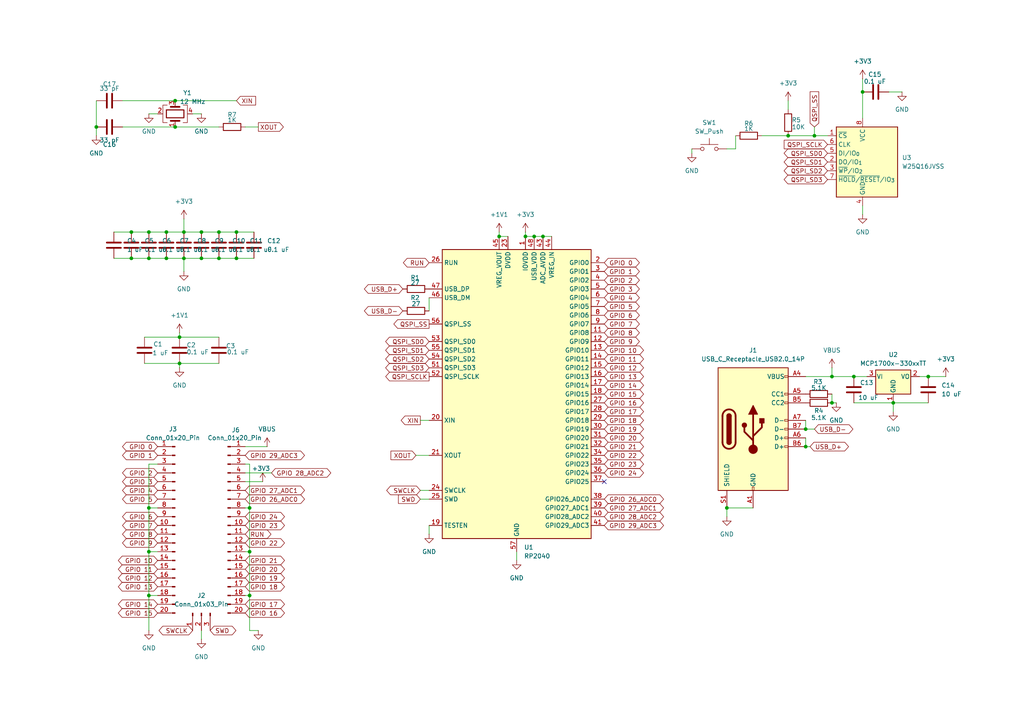
<source format=kicad_sch>
(kicad_sch (version 20250114) (generator "eeschema") (generator_version "9.0")
  (paper "A4")
  (lib_symbols
    (symbol "Connector:Conn_01x03_Pin" (pin_names (offset 1.016) (hide yes))
      (property "Reference" "J" (at 0 5.08 0))
      (property "Value" "Conn_01x03_Pin" (at 0 -5.08 0))
      (symbol "Conn_01x03_Pin_1_1"
        (rectangle (start 0.8636 2.667) (end 0 2.413) (stroke (width 0.1524)) (fill (type outline)))
        (rectangle (start 0.8636 0.127) (end 0 -0.127) (stroke (width 0.1524)) (fill (type outline)))
        (rectangle (start 0.8636 -2.413) (end 0 -2.667) (stroke (width 0.1524)) (fill (type outline)))
        (polyline (pts (xy 1.27 2.54) (xy 0.8636 2.54)) (stroke (width 0.1524)))
        (polyline (pts (xy 1.27 0) (xy 0.8636 0)) (stroke (width 0.1524)))
        (polyline (pts (xy 1.27 -2.54) (xy 0.8636 -2.54)) (stroke (width 0.1524)))
        (pin passive line (at 5.08 2.54 180) (length 3.81) (name "Pin_1") (number "1"))
        (pin passive line (at 5.08 0 180) (length 3.81) (name "Pin_2") (number "2"))
        (pin passive line (at 5.08 -2.54 180) (length 3.81) (name "Pin_3") (number "3"))
      )
    )
    (symbol "Connector:Conn_01x20_Pin" (pin_names (offset 1.016) (hide yes))
      (property "Reference" "J" (at 0 25.4 0))
      (property "Value" "Conn_01x20_Pin" (at 0 -27.94 0))
      (symbol "Conn_01x20_Pin_1_1"
        (rectangle (start 0.8636 22.987) (end 0 22.733) (stroke (width 0.1524)) (fill (type outline)))
        (rectangle (start 0.8636 20.447) (end 0 20.193) (stroke (width 0.1524)) (fill (type outline)))
        (rectangle (start 0.8636 17.907) (end 0 17.653) (stroke (width 0.1524)) (fill (type outline)))
        (rectangle (start 0.8636 15.367) (end 0 15.113) (stroke (width 0.1524)) (fill (type outline)))
        (rectangle (start 0.8636 12.827) (end 0 12.573) (stroke (width 0.1524)) (fill (type outline)))
        (rectangle (start 0.8636 10.287) (end 0 10.033) (stroke (width 0.1524)) (fill (type outline)))
        (rectangle (start 0.8636 7.747) (end 0 7.493) (stroke (width 0.1524)) (fill (type outline)))
        (rectangle (start 0.8636 5.207) (end 0 4.953) (stroke (width 0.1524)) (fill (type outline)))
        (rectangle (start 0.8636 2.667) (end 0 2.413) (stroke (width 0.1524)) (fill (type outline)))
        (rectangle (start 0.8636 0.127) (end 0 -0.127) (stroke (width 0.1524)) (fill (type outline)))
        (rectangle (start 0.8636 -2.413) (end 0 -2.667) (stroke (width 0.1524)) (fill (type outline)))
        (rectangle (start 0.8636 -4.953) (end 0 -5.207) (stroke (width 0.1524)) (fill (type outline)))
        (rectangle (start 0.8636 -7.493) (end 0 -7.747) (stroke (width 0.1524)) (fill (type outline)))
        (rectangle (start 0.8636 -10.033) (end 0 -10.287) (stroke (width 0.1524)) (fill (type outline)))
        (rectangle (start 0.8636 -12.573) (end 0 -12.827) (stroke (width 0.1524)) (fill (type outline)))
        (rectangle (start 0.8636 -15.113) (end 0 -15.367) (stroke (width 0.1524)) (fill (type outline)))
        (rectangle (start 0.8636 -17.653) (end 0 -17.907) (stroke (width 0.1524)) (fill (type outline)))
        (rectangle (start 0.8636 -20.193) (end 0 -20.447) (stroke (width 0.1524)) (fill (type outline)))
        (rectangle (start 0.8636 -22.733) (end 0 -22.987) (stroke (width 0.1524)) (fill (type outline)))
        (rectangle (start 0.8636 -25.273) (end 0 -25.527) (stroke (width 0.1524)) (fill (type outline)))
        (polyline (pts (xy 1.27 22.86) (xy 0.8636 22.86)) (stroke (width 0.1524)))
        (polyline (pts (xy 1.27 20.32) (xy 0.8636 20.32)) (stroke (width 0.1524)))
        (polyline (pts (xy 1.27 17.78) (xy 0.8636 17.78)) (stroke (width 0.1524)))
        (polyline (pts (xy 1.27 15.24) (xy 0.8636 15.24)) (stroke (width 0.1524)))
        (polyline (pts (xy 1.27 12.7) (xy 0.8636 12.7)) (stroke (width 0.1524)))
        (polyline (pts (xy 1.27 10.16) (xy 0.8636 10.16)) (stroke (width 0.1524)))
        (polyline (pts (xy 1.27 7.62) (xy 0.8636 7.62)) (stroke (width 0.1524)))
        (polyline (pts (xy 1.27 5.08) (xy 0.8636 5.08)) (stroke (width 0.1524)))
        (polyline (pts (xy 1.27 2.54) (xy 0.8636 2.54)) (stroke (width 0.1524)))
        (polyline (pts (xy 1.27 0) (xy 0.8636 0)) (stroke (width 0.1524)))
        (polyline (pts (xy 1.27 -2.54) (xy 0.8636 -2.54)) (stroke (width 0.1524)))
        (polyline (pts (xy 1.27 -5.08) (xy 0.8636 -5.08)) (stroke (width 0.1524)))
        (polyline (pts (xy 1.27 -7.62) (xy 0.8636 -7.62)) (stroke (width 0.1524)))
        (polyline (pts (xy 1.27 -10.16) (xy 0.8636 -10.16)) (stroke (width 0.1524)))
        (polyline (pts (xy 1.27 -12.7) (xy 0.8636 -12.7)) (stroke (width 0.1524)))
        (polyline (pts (xy 1.27 -15.24) (xy 0.8636 -15.24)) (stroke (width 0.1524)))
        (polyline (pts (xy 1.27 -17.78) (xy 0.8636 -17.78)) (stroke (width 0.1524)))
        (polyline (pts (xy 1.27 -20.32) (xy 0.8636 -20.32)) (stroke (width 0.1524)))
        (polyline (pts (xy 1.27 -22.86) (xy 0.8636 -22.86)) (stroke (width 0.1524)))
        (polyline (pts (xy 1.27 -25.4) (xy 0.8636 -25.4)) (stroke (width 0.1524)))
        (pin passive line (at 5.08 22.86 180) (length 3.81) (name "Pin_1") (number "1"))
        (pin passive line (at 5.08 20.32 180) (length 3.81) (name "Pin_2") (number "2"))
        (pin passive line (at 5.08 17.78 180) (length 3.81) (name "Pin_3") (number "3"))
        (pin passive line (at 5.08 15.24 180) (length 3.81) (name "Pin_4") (number "4"))
        (pin passive line (at 5.08 12.7 180) (length 3.81) (name "Pin_5") (number "5"))
        (pin passive line (at 5.08 10.16 180) (length 3.81) (name "Pin_6") (number "6"))
        (pin passive line (at 5.08 7.62 180) (length 3.81) (name "Pin_7") (number "7"))
        (pin passive line (at 5.08 5.08 180) (length 3.81) (name "Pin_8") (number "8"))
        (pin passive line (at 5.08 2.54 180) (length 3.81) (name "Pin_9") (number "9"))
        (pin passive line (at 5.08 0 180) (length 3.81) (name "Pin_10") (number "10"))
        (pin passive line (at 5.08 -2.54 180) (length 3.81) (name "Pin_11") (number "11"))
        (pin passive line (at 5.08 -5.08 180) (length 3.81) (name "Pin_12") (number "12"))
        (pin passive line (at 5.08 -7.62 180) (length 3.81) (name "Pin_13") (number "13"))
        (pin passive line (at 5.08 -10.16 180) (length 3.81) (name "Pin_14") (number "14"))
        (pin passive line (at 5.08 -12.7 180) (length 3.81) (name "Pin_15") (number "15"))
        (pin passive line (at 5.08 -15.24 180) (length 3.81) (name "Pin_16") (number "16"))
        (pin passive line (at 5.08 -17.78 180) (length 3.81) (name "Pin_17") (number "17"))
        (pin passive line (at 5.08 -20.32 180) (length 3.81) (name "Pin_18") (number "18"))
        (pin passive line (at 5.08 -22.86 180) (length 3.81) (name "Pin_19") (number "19"))
        (pin passive line (at 5.08 -25.4 180) (length 3.81) (name "Pin_20") (number "20"))
      )
    )
    (symbol "Connector:USB_C_Receptacle_USB2.0_14P" (pin_names (offset 1.016))
      (property "Reference" "J" (at 0 22.225 0))
      (property "Value" "USB_C_Receptacle_USB2.0_14P" (at 0 19.685 0))
      (symbol "USB_C_Receptacle_USB2.0_14P_0_0"
        (rectangle (start -0.254 -17.78) (end 0.254 -16.764))
        (rectangle (start 10.16 15.494) (end 9.144 14.986))
        (rectangle (start 10.16 10.414) (end 9.144 9.906))
        (rectangle (start 10.16 7.874) (end 9.144 7.366))
        (rectangle (start 10.16 2.794) (end 9.144 2.286))
        (rectangle (start 10.16 0.254) (end 9.144 -0.254))
        (rectangle (start 10.16 -2.286) (end 9.144 -2.794))
        (rectangle (start 10.16 -4.826) (end 9.144 -5.334))
      )
      (symbol "USB_C_Receptacle_USB2.0_14P_0_1"
        (rectangle (start -10.16 17.78) (end 10.16 -17.78) (stroke (width 0.254)) (fill (type background)))
        (polyline (pts (xy -8.89 -3.81) (xy -8.89 3.81)) (stroke (width 0.508)))
        (rectangle (start -7.62 -3.81) (end -6.35 3.81) (stroke (width 0.254)) (fill (type outline)))
        (arc (start -7.62 3.81) (mid -6.985 4.4423) (end -6.35 3.81) (stroke (width 0.254)))
        (arc (start -7.62 3.81) (mid -6.985 4.4423) (end -6.35 3.81) (stroke (width 0.254)) (fill (type outline)))
        (arc (start -8.89 3.81) (mid -6.985 5.7067) (end -5.08 3.81) (stroke (width 0.508)))
        (arc (start -5.08 -3.81) (mid -6.985 -5.7067) (end -8.89 -3.81) (stroke (width 0.508)))
        (arc (start -6.35 -3.81) (mid -6.985 -4.4423) (end -7.62 -3.81) (stroke (width 0.254)))
        (arc (start -6.35 -3.81) (mid -6.985 -4.4423) (end -7.62 -3.81) (stroke (width 0.254)) (fill (type outline)))
        (polyline (pts (xy -5.08 3.81) (xy -5.08 -3.81)) (stroke (width 0.508)))
        (circle (center -2.54 1.143) (radius 0.635) (stroke (width 0.254)) (fill (type outline)))
        (polyline (pts (xy -1.27 4.318) (xy 0 6.858) (xy 1.27 4.318) (xy -1.27 4.318)) (stroke (width 0.254)) (fill (type outline)))
        (polyline (pts (xy 0 -2.032) (xy 2.54 0.508) (xy 2.54 1.778)) (stroke (width 0.508)))
        (polyline (pts (xy 0 -3.302) (xy -2.54 -0.762) (xy -2.54 0.508)) (stroke (width 0.508)))
        (polyline (pts (xy 0 -5.842) (xy 0 4.318)) (stroke (width 0.508)))
        (circle (center 0 -5.842) (radius 1.27) (fill (type outline)))
        (rectangle (start 1.905 1.778) (end 3.175 3.048) (stroke (width 0.254)) (fill (type outline)))
      )
      (symbol "USB_C_Receptacle_USB2.0_14P_1_1"
        (pin passive line (at -7.62 -22.86 90) (length 5.08) (name "SHIELD") (number "S1"))
        (pin passive line (at 0 -22.86 90) (length 5.08) (name "GND") (number "A1"))
        (pin passive line (at 0 -22.86 90) (length 5.08) (hide yes) (name "GND") (number "A12"))
        (pin passive line (at 0 -22.86 90) (length 5.08) (hide yes) (name "GND") (number "B1"))
        (pin passive line (at 0 -22.86 90) (length 5.08) (hide yes) (name "GND") (number "B12"))
        (pin passive line (at 15.24 15.24 180) (length 5.08) (name "VBUS") (number "A4"))
        (pin passive line (at 15.24 15.24 180) (length 5.08) (hide yes) (name "VBUS") (number "A9"))
        (pin passive line (at 15.24 15.24 180) (length 5.08) (hide yes) (name "VBUS") (number "B4"))
        (pin passive line (at 15.24 15.24 180) (length 5.08) (hide yes) (name "VBUS") (number "B9"))
        (pin bidirectional line (at 15.24 10.16 180) (length 5.08) (name "CC1") (number "A5"))
        (pin bidirectional line (at 15.24 7.62 180) (length 5.08) (name "CC2") (number "B5"))
        (pin bidirectional line (at 15.24 2.54 180) (length 5.08) (name "D-") (number "A7"))
        (pin bidirectional line (at 15.24 0 180) (length 5.08) (name "D-") (number "B7"))
        (pin bidirectional line (at 15.24 -2.54 180) (length 5.08) (name "D+") (number "A6"))
        (pin bidirectional line (at 15.24 -5.08 180) (length 5.08) (name "D+") (number "B6"))
      )
    )
    (symbol "Device:C" (pin_numbers (hide yes)) (pin_names (offset 0.254))
      (property "Reference" "C" (at 0.635 2.54 0))
      (property "Value" "C" (at 0.635 -2.54 0))
      (symbol "C_0_1"
        (polyline (pts (xy -2.032 0.762) (xy 2.032 0.762)) (stroke (width 0.508)))
        (polyline (pts (xy -2.032 -0.762) (xy 2.032 -0.762)) (stroke (width 0.508)))
      )
      (symbol "C_1_1"
        (pin passive line (at 0 3.81 270) (length 2.794) (name "~") (number "1"))
        (pin passive line (at 0 -3.81 90) (length 2.794) (name "~") (number "2"))
      )
    )
    (symbol "Device:Crystal_GND24" (pin_names (offset 1.016) (hide yes))
      (property "Reference" "Y" (at 3.175 5.08 0))
      (property "Value" "Crystal_GND24" (at 3.175 3.175 0))
      (symbol "Crystal_GND24_0_1"
        (polyline (pts (xy -2.54 2.286) (xy -2.54 3.556) (xy 2.54 3.556) (xy 2.54 2.286)))
        (polyline (pts (xy -2.54 0) (xy -2.032 0)))
        (polyline (pts (xy -2.54 -2.286) (xy -2.54 -3.556) (xy 2.54 -3.556) (xy 2.54 -2.286)))
        (polyline (pts (xy -2.032 -1.27) (xy -2.032 1.27)) (stroke (width 0.508)))
        (rectangle (start -1.143 2.54) (end 1.143 -2.54) (stroke (width 0.3048)))
        (polyline (pts (xy 0 3.556) (xy 0 3.81)))
        (polyline (pts (xy 0 -3.81) (xy 0 -3.556)))
        (polyline (pts (xy 2.032 0) (xy 2.54 0)))
        (polyline (pts (xy 2.032 -1.27) (xy 2.032 1.27)) (stroke (width 0.508)))
      )
      (symbol "Crystal_GND24_1_1"
        (pin passive line (at -3.81 0 0) (length 1.27) (name "1") (number "1"))
        (pin passive line (at 0 5.08 270) (length 1.27) (name "2") (number "2"))
        (pin passive line (at 0 -5.08 90) (length 1.27) (name "4") (number "4"))
        (pin passive line (at 3.81 0 180) (length 1.27) (name "3") (number "3"))
      )
    )
    (symbol "Device:R" (pin_numbers (hide yes)) (pin_names (offset 0))
      (property "Reference" "R" (at 2.032 0 90))
      (property "Value" "R" (at 0 0 90))
      (symbol "R_0_1"
        (rectangle (start -1.016 -2.54) (end 1.016 2.54) (stroke (width 0.254)))
      )
      (symbol "R_1_1"
        (pin passive line (at 0 3.81 270) (length 1.27) (name "~") (number "1"))
        (pin passive line (at 0 -3.81 90) (length 1.27) (name "~") (number "2"))
      )
    )
    (symbol "MCU_RaspberryPi:RP2040"
      (property "Reference" "U" (at 17.78 45.72 0))
      (property "Value" "RP2040" (at 17.78 43.18 0))
      (symbol "RP2040_0_1"
        (rectangle (start -21.59 41.91) (end 21.59 -41.91) (stroke (width 0.254)) (fill (type background)))
      )
      (symbol "RP2040_1_1"
        (pin input line (at -25.4 38.1 0) (length 3.81) (name "RUN") (number "26"))
        (pin bidirectional line (at -25.4 30.48 0) (length 3.81) (name "USB_DP") (number "47"))
        (pin bidirectional line (at -25.4 27.94 0) (length 3.81) (name "USB_DM") (number "46"))
        (pin bidirectional line (at -25.4 20.32 0) (length 3.81) (name "QSPI_SS") (number "56"))
        (pin bidirectional line (at -25.4 15.24 0) (length 3.81) (name "QSPI_SD0") (number "53"))
        (pin bidirectional line (at -25.4 12.7 0) (length 3.81) (name "QSPI_SD1") (number "55"))
        (pin bidirectional line (at -25.4 10.16 0) (length 3.81) (name "QSPI_SD2") (number "54"))
        (pin bidirectional line (at -25.4 7.62 0) (length 3.81) (name "QSPI_SD3") (number "51"))
        (pin output line (at -25.4 5.08 0) (length 3.81) (name "QSPI_SCLK") (number "52"))
        (pin input line (at -25.4 -7.62 0) (length 3.81) (name "XIN") (number "20"))
        (pin passive line (at -25.4 -17.78 0) (length 3.81) (name "XOUT") (number "21"))
        (pin input line (at -25.4 -27.94 0) (length 3.81) (name "SWCLK") (number "24"))
        (pin bidirectional line (at -25.4 -30.48 0) (length 3.81) (name "SWD") (number "25"))
        (pin input line (at -25.4 -38.1 0) (length 3.81) (name "TESTEN") (number "19"))
        (pin power_out line (at -5.08 45.72 270) (length 3.81) (name "VREG_VOUT") (number "45"))
        (pin power_in line (at -2.54 45.72 270) (length 3.81) (name "DVDD") (number "23"))
        (pin passive line (at -2.54 45.72 270) (length 3.81) (hide yes) (name "DVDD") (number "50"))
        (pin power_in line (at 0 -45.72 90) (length 3.81) (name "GND") (number "57"))
        (pin power_in line (at 2.54 45.72 270) (length 3.81) (name "IOVDD") (number "1"))
        (pin passive line (at 2.54 45.72 270) (length 3.81) (hide yes) (name "IOVDD") (number "10"))
        (pin passive line (at 2.54 45.72 270) (length 3.81) (hide yes) (name "IOVDD") (number "22"))
        (pin passive line (at 2.54 45.72 270) (length 3.81) (hide yes) (name "IOVDD") (number "33"))
        (pin passive line (at 2.54 45.72 270) (length 3.81) (hide yes) (name "IOVDD") (number "42"))
        (pin passive line (at 2.54 45.72 270) (length 3.81) (hide yes) (name "IOVDD") (number "49"))
        (pin power_in line (at 5.08 45.72 270) (length 3.81) (name "USB_VDD") (number "48"))
        (pin power_in line (at 7.62 45.72 270) (length 3.81) (name "ADC_AVDD") (number "43"))
        (pin power_in line (at 10.16 45.72 270) (length 3.81) (name "VREG_IN") (number "44"))
        (pin bidirectional line (at 25.4 38.1 180) (length 3.81) (name "GPIO0") (number "2"))
        (pin bidirectional line (at 25.4 35.56 180) (length 3.81) (name "GPIO1") (number "3"))
        (pin bidirectional line (at 25.4 33.02 180) (length 3.81) (name "GPIO2") (number "4"))
        (pin bidirectional line (at 25.4 30.48 180) (length 3.81) (name "GPIO3") (number "5"))
        (pin bidirectional line (at 25.4 27.94 180) (length 3.81) (name "GPIO4") (number "6"))
        (pin bidirectional line (at 25.4 25.4 180) (length 3.81) (name "GPIO5") (number "7"))
        (pin bidirectional line (at 25.4 22.86 180) (length 3.81) (name "GPIO6") (number "8"))
        (pin bidirectional line (at 25.4 20.32 180) (length 3.81) (name "GPIO7") (number "9"))
        (pin bidirectional line (at 25.4 17.78 180) (length 3.81) (name "GPIO8") (number "11"))
        (pin bidirectional line (at 25.4 15.24 180) (length 3.81) (name "GPIO9") (number "12"))
        (pin bidirectional line (at 25.4 12.7 180) (length 3.81) (name "GPIO10") (number "13"))
        (pin bidirectional line (at 25.4 10.16 180) (length 3.81) (name "GPIO11") (number "14"))
        (pin bidirectional line (at 25.4 7.62 180) (length 3.81) (name "GPIO12") (number "15"))
        (pin bidirectional line (at 25.4 5.08 180) (length 3.81) (name "GPIO13") (number "16"))
        (pin bidirectional line (at 25.4 2.54 180) (length 3.81) (name "GPIO14") (number "17"))
        (pin bidirectional line (at 25.4 0 180) (length 3.81) (name "GPIO15") (number "18"))
        (pin bidirectional line (at 25.4 -2.54 180) (length 3.81) (name "GPIO16") (number "27"))
        (pin bidirectional line (at 25.4 -5.08 180) (length 3.81) (name "GPIO17") (number "28"))
        (pin bidirectional line (at 25.4 -7.62 180) (length 3.81) (name "GPIO18") (number "29"))
        (pin bidirectional line (at 25.4 -10.16 180) (length 3.81) (name "GPIO19") (number "30"))
        (pin bidirectional line (at 25.4 -12.7 180) (length 3.81) (name "GPIO20") (number "31"))
        (pin bidirectional line (at 25.4 -15.24 180) (length 3.81) (name "GPIO21") (number "32"))
        (pin bidirectional line (at 25.4 -17.78 180) (length 3.81) (name "GPIO22") (number "34"))
        (pin bidirectional line (at 25.4 -20.32 180) (length 3.81) (name "GPIO23") (number "35"))
        (pin bidirectional line (at 25.4 -22.86 180) (length 3.81) (name "GPIO24") (number "36"))
        (pin bidirectional line (at 25.4 -25.4 180) (length 3.81) (name "GPIO25") (number "37"))
        (pin bidirectional line (at 25.4 -30.48 180) (length 3.81) (name "GPIO26_ADC0") (number "38"))
        (pin bidirectional line (at 25.4 -33.02 180) (length 3.81) (name "GPIO27_ADC1") (number "39"))
        (pin bidirectional line (at 25.4 -35.56 180) (length 3.81) (name "GPIO28_ADC2") (number "40"))
        (pin bidirectional line (at 25.4 -38.1 180) (length 3.81) (name "GPIO29_ADC3") (number "41"))
      )
    )
    (symbol "Memory_Flash:W25Q16JVSS"
      (property "Reference" "U" (at -6.35 11.43 0))
      (property "Value" "W25Q16JVSS" (at 7.62 11.43 0))
      (symbol "W25Q16JVSS_0_1"
        (rectangle (start -7.62 10.16) (end 10.16 -10.16) (stroke (width 0.254)) (fill (type background)))
      )
      (symbol "W25Q16JVSS_1_1"
        (pin input line (at -10.16 7.62 0) (length 2.54) (name "~{CS}") (number "1"))
        (pin input line (at -10.16 5.08 0) (length 2.54) (name "CLK") (number "6"))
        (pin bidirectional line (at -10.16 2.54 0) (length 2.54) (name "DI/IO_{0}") (number "5"))
        (pin bidirectional line (at -10.16 0 0) (length 2.54) (name "DO/IO_{1}") (number "2"))
        (pin bidirectional line (at -10.16 -2.54 0) (length 2.54) (name "~{WP}/IO_{2}") (number "3"))
        (pin bidirectional line (at -10.16 -5.08 0) (length 2.54) (name "~{HOLD}/~{RESET}/IO_{3}") (number "7"))
        (pin power_in line (at 0 12.7 270) (length 2.54) (name "VCC") (number "8"))
        (pin power_in line (at 0 -12.7 90) (length 2.54) (name "GND") (number "4"))
      )
    )
    (symbol "Regulator_Linear:MCP1700x-330xxTT" (pin_names (offset 0.254))
      (property "Reference" "U" (at -3.81 3.175 0))
      (property "Value" "MCP1700x-330xxTT" (at 0 3.175 0))
      (symbol "MCP1700x-330xxTT_0_1"
        (rectangle (start -5.08 1.905) (end 5.08 -5.08) (stroke (width 0.254)) (fill (type background)))
      )
      (symbol "MCP1700x-330xxTT_1_1"
        (pin power_in line (at -7.62 0 0) (length 2.54) (name "VI") (number "3"))
        (pin power_in line (at 0 -7.62 90) (length 2.54) (name "GND") (number "1"))
        (pin power_out line (at 7.62 0 180) (length 2.54) (name "VO") (number "2"))
      )
    )
    (symbol "Switch:SW_Push" (pin_numbers (hide yes)) (pin_names (offset 1.016) (hide yes))
      (property "Reference" "SW" (at 1.27 2.54 0))
      (property "Value" "SW_Push" (at 0 -1.524 0))
      (symbol "SW_Push_0_1"
        (circle (center -2.032 0) (radius 0.508))
        (polyline (pts (xy 0 1.27) (xy 0 3.048)))
        (circle (center 2.032 0) (radius 0.508))
        (polyline (pts (xy 2.54 1.27) (xy -2.54 1.27)))
        (pin passive line (at -5.08 0 0) (length 2.54) (name "1") (number "1"))
        (pin passive line (at 5.08 0 180) (length 2.54) (name "2") (number "2"))
      )
    )
    (symbol "power:+1V1" (power) (pin_numbers (hide yes)) (pin_names (offset 0) (hide yes))
      (property "Value" "+1V1" (at 0 3.556 0))
      (symbol "+1V1_0_1"
        (polyline (pts (xy -0.762 1.27) (xy 0 2.54)))
        (polyline (pts (xy 0 2.54) (xy 0.762 1.27)))
        (polyline (pts (xy 0 0) (xy 0 2.54)))
      )
      (symbol "+1V1_1_1"
        (pin power_in line (at 0 0 90) (length 0) (name "~") (number "1"))
      )
    )
    (symbol "power:+3V3" (power) (pin_numbers (hide yes)) (pin_names (offset 0) (hide yes))
      (property "Value" "+3V3" (at 0 3.556 0))
      (symbol "+3V3_0_1"
        (polyline (pts (xy -0.762 1.27) (xy 0 2.54)))
        (polyline (pts (xy 0 2.54) (xy 0.762 1.27)))
        (polyline (pts (xy 0 0) (xy 0 2.54)))
      )
      (symbol "+3V3_1_1"
        (pin power_in line (at 0 0 90) (length 0) (name "~") (number "1"))
      )
    )
    (symbol "power:GND" (power) (pin_numbers (hide yes)) (pin_names (offset 0) (hide yes))
      (property "Value" "GND" (at 0 -3.81 0))
      (symbol "GND_0_1"
        (polyline (pts (xy 0 0) (xy 0 -1.27) (xy 1.27 -1.27) (xy 0 -2.54) (xy -1.27 -1.27) (xy 0 -1.27)))
      )
      (symbol "GND_1_1"
        (pin power_in line (at 0 0 270) (length 0) (name "~") (number "1"))
      )
    )
    (symbol "power:VBUS" (power) (pin_numbers (hide yes)) (pin_names (offset 0) (hide yes))
      (property "Value" "VBUS" (at 0 3.556 0))
      (symbol "VBUS_0_1"
        (polyline (pts (xy -0.762 1.27) (xy 0 2.54)))
        (polyline (pts (xy 0 2.54) (xy 0.762 1.27)))
        (polyline (pts (xy 0 0) (xy 0 2.54)))
      )
      (symbol "VBUS_1_1"
        (pin power_in line (at 0 0 90) (length 0) (name "~") (number "1"))
      )
    )
  )
  (junction (at 27.94 36.83))
  (junction (at 48.26 74.93))
  (junction (at 58.42 74.93))
  (junction (at 52.07 97.79))
  (junction (at 43.18 160.02))
  (junction (at 50.8 29.21))
  (junction (at 269.24 109.22))
  (junction (at 241.3 109.22))
  (junction (at 144.78 68.58))
  (junction (at 38.1 74.93))
  (junction (at 233.68 129.54))
  (junction (at 68.58 74.93))
  (junction (at 259.08 116.84))
  (junction (at 233.68 124.46))
  (junction (at 48.26 67.31))
  (junction (at 250.19 26.67))
  (junction (at 154.94 68.58))
  (junction (at 72.39 147.32))
  (junction (at 228.6 39.37))
  (junction (at 63.5 74.93))
  (junction (at 53.34 74.93))
  (junction (at 157.48 68.58))
  (junction (at 43.18 67.31))
  (junction (at 63.5 67.31))
  (junction (at 38.1 67.31))
  (junction (at 68.58 67.31))
  (junction (at 43.18 74.93))
  (junction (at 241.3 116.84))
  (junction (at 52.07 105.41))
  (junction (at 72.39 172.72))
  (junction (at 43.18 172.72))
  (junction (at 50.8 36.83))
  (junction (at 210.82 147.32))
  (junction (at 236.22 39.37))
  (junction (at 58.42 67.31))
  (junction (at 72.39 160.02))
  (junction (at 247.65 109.22))
  (junction (at 152.4 68.58))
  (junction (at 43.18 147.32))
  (junction (at 53.34 67.31))
  (no_connect (at 175.26 139.7))
  (wire (pts (xy 55.88 33.02) (xy 58.42 33.02)))
  (wire (pts (xy 45.72 134.62) (xy 43.18 134.62)))
  (wire (pts (xy 233.68 129.54) (xy 234.95 129.54)))
  (wire (pts (xy 236.22 36.83) (xy 236.22 39.37)))
  (wire (pts (xy 58.42 67.31) (xy 63.5 67.31)))
  (wire (pts (xy 213.36 39.37) (xy 213.36 43.18)))
  (wire (pts (xy 241.3 106.68) (xy 241.3 109.22)))
  (wire (pts (xy 250.19 62.23) (xy 250.19 59.69)))
  (wire (pts (xy 71.12 36.83) (xy 74.93 36.83)))
  (wire (pts (xy 43.18 74.93) (xy 48.26 74.93)))
  (wire (pts (xy 68.58 67.31) (xy 73.66 67.31)))
  (wire (pts (xy 233.68 127) (xy 233.68 129.54)))
  (wire (pts (xy 48.26 67.31) (xy 53.34 67.31)))
  (wire (pts (xy 52.07 105.41) (xy 52.07 106.68)))
  (wire (pts (xy 120.65 132.08) (xy 124.46 132.08)))
  (wire (pts (xy 38.1 67.31) (xy 43.18 67.31)))
  (wire (pts (xy 157.48 68.58) (xy 160.02 68.58)))
  (wire (pts (xy 43.18 172.72) (xy 45.72 172.72)))
  (wire (pts (xy 149.86 160.02) (xy 149.86 162.56)))
  (wire (pts (xy 72.39 134.62) (xy 72.39 147.32)))
  (wire (pts (xy 247.65 109.22) (xy 251.46 109.22)))
  (wire (pts (xy 241.3 114.3) (xy 241.3 116.84)))
  (wire (pts (xy 41.91 97.79) (xy 52.07 97.79)))
  (wire (pts (xy 63.5 74.93) (xy 68.58 74.93)))
  (wire (pts (xy 152.4 68.58) (xy 154.94 68.58)))
  (wire (pts (xy 43.18 33.02) (xy 45.72 33.02)))
  (wire (pts (xy 43.18 147.32) (xy 43.18 160.02)))
  (wire (pts (xy 72.39 147.32) (xy 72.39 160.02)))
  (wire (pts (xy 236.22 39.37) (xy 240.03 39.37)))
  (wire (pts (xy 72.39 172.72) (xy 71.12 172.72)))
  (wire (pts (xy 52.07 105.41) (xy 63.5 105.41)))
  (wire (pts (xy 233.68 121.92) (xy 233.68 124.46)))
  (wire (pts (xy 43.18 67.31) (xy 48.26 67.31)))
  (wire (pts (xy 200.66 43.18) (xy 200.66 44.45)))
  (wire (pts (xy 41.91 105.41) (xy 52.07 105.41)))
  (wire (pts (xy 121.92 144.78) (xy 124.46 144.78)))
  (wire (pts (xy 53.34 67.31) (xy 58.42 67.31)))
  (wire (pts (xy 71.12 139.7) (xy 76.2 139.7)))
  (wire (pts (xy 233.68 109.22) (xy 241.3 109.22)))
  (wire (pts (xy 228.6 29.21) (xy 228.6 31.75)))
  (wire (pts (xy 144.78 67.31) (xy 144.78 68.58)))
  (wire (pts (xy 257.81 26.67) (xy 261.62 26.67)))
  (wire (pts (xy 220.98 39.37) (xy 228.6 39.37)))
  (wire (pts (xy 58.42 74.93) (xy 63.5 74.93)))
  (wire (pts (xy 63.5 67.31) (xy 68.58 67.31)))
  (wire (pts (xy 43.18 147.32) (xy 45.72 147.32)))
  (wire (pts (xy 27.94 29.21) (xy 27.94 36.83)))
  (wire (pts (xy 210.82 147.32) (xy 210.82 149.86)))
  (wire (pts (xy 72.39 147.32) (xy 71.12 147.32)))
  (wire (pts (xy 35.56 36.83) (xy 50.8 36.83)))
  (wire (pts (xy 71.12 134.62) (xy 72.39 134.62)))
  (wire (pts (xy 71.12 137.16) (xy 78.74 137.16)))
  (wire (pts (xy 121.92 121.92) (xy 124.46 121.92)))
  (wire (pts (xy 250.19 26.67) (xy 250.19 34.29)))
  (wire (pts (xy 72.39 182.88) (xy 74.93 182.88)))
  (wire (pts (xy 259.08 116.84) (xy 269.24 116.84)))
  (wire (pts (xy 124.46 90.17) (xy 124.46 86.36)))
  (wire (pts (xy 71.12 160.02) (xy 72.39 160.02)))
  (wire (pts (xy 50.8 29.21) (xy 68.58 29.21)))
  (wire (pts (xy 124.46 152.4) (xy 124.46 154.94)))
  (wire (pts (xy 72.39 172.72) (xy 72.39 182.88)))
  (wire (pts (xy 58.42 182.88) (xy 58.42 185.42)))
  (wire (pts (xy 43.18 172.72) (xy 43.18 182.88)))
  (wire (pts (xy 53.34 74.93) (xy 58.42 74.93)))
  (wire (pts (xy 43.18 160.02) (xy 43.18 172.72)))
  (wire (pts (xy 241.3 109.22) (xy 247.65 109.22)))
  (wire (pts (xy 52.07 96.52) (xy 52.07 97.79)))
  (wire (pts (xy 228.6 39.37) (xy 236.22 39.37)))
  (wire (pts (xy 124.46 142.24) (xy 121.92 142.24)))
  (wire (pts (xy 27.94 36.83) (xy 27.94 39.37)))
  (wire (pts (xy 259.08 116.84) (xy 259.08 119.38)))
  (wire (pts (xy 241.3 116.84) (xy 242.57 116.84)))
  (wire (pts (xy 210.82 147.32) (xy 218.44 147.32)))
  (wire (pts (xy 233.68 124.46) (xy 236.22 124.46)))
  (wire (pts (xy 71.12 129.54) (xy 77.47 129.54)))
  (wire (pts (xy 68.58 74.93) (xy 73.66 74.93)))
  (wire (pts (xy 50.8 36.83) (xy 63.5 36.83)))
  (wire (pts (xy 53.34 63.5) (xy 53.34 67.31)))
  (wire (pts (xy 72.39 160.02) (xy 72.39 172.72)))
  (wire (pts (xy 266.7 109.22) (xy 269.24 109.22)))
  (wire (pts (xy 247.65 116.84) (xy 259.08 116.84)))
  (wire (pts (xy 35.56 29.21) (xy 50.8 29.21)))
  (wire (pts (xy 33.02 67.31) (xy 38.1 67.31)))
  (wire (pts (xy 43.18 160.02) (xy 45.72 160.02)))
  (wire (pts (xy 250.19 22.86) (xy 250.19 26.67)))
  (wire (pts (xy 52.07 97.79) (xy 63.5 97.79)))
  (wire (pts (xy 33.02 74.93) (xy 38.1 74.93)))
  (wire (pts (xy 38.1 74.93) (xy 43.18 74.93)))
  (wire (pts (xy 43.18 134.62) (xy 43.18 147.32)))
  (wire (pts (xy 53.34 74.93) (xy 53.34 78.74)))
  (wire (pts (xy 152.4 67.31) (xy 152.4 68.58)))
  (wire (pts (xy 48.26 74.93) (xy 53.34 74.93)))
  (wire (pts (xy 144.78 68.58) (xy 147.32 68.58)))
  (wire (pts (xy 213.36 43.18) (xy 210.82 43.18)))
  (wire (pts (xy 154.94 68.58) (xy 157.48 68.58)))
  (wire (pts (xy 269.24 109.22) (xy 274.32 109.22)))
  (global_label "GPIO 0" (shape bidirectional) (at 175.26 76.2 0) (property "Intersheetrefs" "${INTERSHEET_REFS}" (effects (hide yes))))
  (global_label "GPIO 4" (shape bidirectional) (at 175.26 86.36 0) (property "Intersheetrefs" "${INTERSHEET_REFS}" (effects (hide yes))))
  (global_label "GPIO 28_ADC2" (shape bidirectional) (at 175.26 149.86 0) (property "Intersheetrefs" "${INTERSHEET_REFS}" (effects (hide yes))))
  (global_label "GPIO 23" (shape bidirectional) (at 71.12 152.4 0) (property "Intersheetrefs" "${INTERSHEET_REFS}" (effects (hide yes))))
  (global_label "QSPI_SCLK" (shape output) (at 124.46 109.22 180) (property "Intersheetrefs" "${INTERSHEET_REFS}" (effects (hide yes))))
  (global_label "GPIO 29_ADC3" (shape bidirectional) (at 71.12 132.08 0) (property "Intersheetrefs" "${INTERSHEET_REFS}" (effects (hide yes))))
  (global_label "XIN" (shape input) (at 68.58 29.21 0) (property "Intersheetrefs" "${INTERSHEET_REFS}" (effects (hide yes))))
  (global_label "XOUT" (shape output) (at 74.93 36.83 0) (property "Intersheetrefs" "${INTERSHEET_REFS}" (effects (hide yes))))
  (global_label "GPIO 14" (shape bidirectional) (at 175.26 111.76 0) (property "Intersheetrefs" "${INTERSHEET_REFS}" (effects (hide yes))))
  (global_label "GPIO 19" (shape bidirectional) (at 175.26 124.46 0) (property "Intersheetrefs" "${INTERSHEET_REFS}" (effects (hide yes))))
  (global_label "GPIO 26_ADC0" (shape bidirectional) (at 71.12 144.78 0) (property "Intersheetrefs" "${INTERSHEET_REFS}" (effects (hide yes))))
  (global_label "GPIO 13" (shape bidirectional) (at 45.72 170.18 180) (property "Intersheetrefs" "${INTERSHEET_REFS}" (effects (hide yes))))
  (global_label "SWD" (shape bidirectional) (at 60.96 182.88 0) (property "Intersheetrefs" "${INTERSHEET_REFS}" (effects (hide yes))))
  (global_label "GPIO 19" (shape bidirectional) (at 71.12 167.64 0) (property "Intersheetrefs" "${INTERSHEET_REFS}" (effects (hide yes))))
  (global_label "GPIO 10" (shape bidirectional) (at 45.72 162.56 180) (property "Intersheetrefs" "${INTERSHEET_REFS}" (effects (hide yes))))
  (global_label "GPIO 4" (shape bidirectional) (at 45.72 142.24 180) (property "Intersheetrefs" "${INTERSHEET_REFS}" (effects (hide yes))))
  (global_label "GPIO 10" (shape bidirectional) (at 175.26 101.6 0) (property "Intersheetrefs" "${INTERSHEET_REFS}" (effects (hide yes))))
  (global_label "GPIO 16" (shape bidirectional) (at 71.12 177.8 0) (property "Intersheetrefs" "${INTERSHEET_REFS}" (effects (hide yes))))
  (global_label "QSPI_SD3" (shape bidirectional) (at 124.46 106.68 180) (property "Intersheetrefs" "${INTERSHEET_REFS}" (effects (hide yes))))
  (global_label "USB_D-" (shape bidirectional) (at 236.22 124.46 0) (property "Intersheetrefs" "${INTERSHEET_REFS}" (effects (hide yes))))
  (global_label "GPIO 8" (shape bidirectional) (at 45.72 154.94 180) (property "Intersheetrefs" "${INTERSHEET_REFS}" (effects (hide yes))))
  (global_label "GPIO 27_ADC1" (shape bidirectional) (at 175.26 147.32 0) (property "Intersheetrefs" "${INTERSHEET_REFS}" (effects (hide yes))))
  (global_label "QSPI_SCLK" (shape input) (at 240.03 41.91 180) (property "Intersheetrefs" "${INTERSHEET_REFS}" (effects (hide yes))))
  (global_label "GPIO 20" (shape bidirectional) (at 175.26 127 0) (property "Intersheetrefs" "${INTERSHEET_REFS}" (effects (hide yes))))
  (global_label "GPIO 21" (shape bidirectional) (at 175.26 129.54 0) (property "Intersheetrefs" "${INTERSHEET_REFS}" (effects (hide yes))))
  (global_label "GPIO 28_ADC2" (shape bidirectional) (at 78.74 137.16 0) (property "Intersheetrefs" "${INTERSHEET_REFS}" (effects (hide yes))))
  (global_label "GPIO 1" (shape bidirectional) (at 175.26 78.74 0) (property "Intersheetrefs" "${INTERSHEET_REFS}" (effects (hide yes))))
  (global_label "QSPI_SD0" (shape bidirectional) (at 240.03 44.45 180) (property "Intersheetrefs" "${INTERSHEET_REFS}" (effects (hide yes))))
  (global_label "GPIO 2" (shape bidirectional) (at 45.72 137.16 180) (property "Intersheetrefs" "${INTERSHEET_REFS}" (effects (hide yes))))
  (global_label "SWCLK" (shape bidirectional) (at 55.88 182.88 180) (property "Intersheetrefs" "${INTERSHEET_REFS}" (effects (hide yes))))
  (global_label "GPIO 9" (shape bidirectional) (at 45.72 157.48 180) (property "Intersheetrefs" "${INTERSHEET_REFS}" (effects (hide yes))))
  (global_label "QSPI_SD1" (shape bidirectional) (at 124.46 101.6 180) (property "Intersheetrefs" "${INTERSHEET_REFS}" (effects (hide yes))))
  (global_label "SWD" (shape input) (at 121.92 144.78 180) (property "Intersheetrefs" "${INTERSHEET_REFS}" (effects (hide yes))))
  (global_label "GPIO 7" (shape bidirectional) (at 175.26 93.98 0) (property "Intersheetrefs" "${INTERSHEET_REFS}" (effects (hide yes))))
  (global_label "GPIO 21" (shape bidirectional) (at 71.12 162.56 0) (property "Intersheetrefs" "${INTERSHEET_REFS}" (effects (hide yes))))
  (global_label "GPIO 17" (shape bidirectional) (at 175.26 119.38 0) (property "Intersheetrefs" "${INTERSHEET_REFS}" (effects (hide yes))))
  (global_label "GPIO 13" (shape bidirectional) (at 175.26 109.22 0) (property "Intersheetrefs" "${INTERSHEET_REFS}" (effects (hide yes))))
  (global_label "QSPI_SS" (shape output) (at 124.46 93.98 180) (property "Intersheetrefs" "${INTERSHEET_REFS}" (effects (hide yes))))
  (global_label "GPIO 6" (shape bidirectional) (at 175.26 91.44 0) (property "Intersheetrefs" "${INTERSHEET_REFS}" (effects (hide yes))))
  (global_label "GPIO 11" (shape bidirectional) (at 175.26 104.14 0) (property "Intersheetrefs" "${INTERSHEET_REFS}" (effects (hide yes))))
  (global_label "GPIO 22" (shape bidirectional) (at 175.26 132.08 0) (property "Intersheetrefs" "${INTERSHEET_REFS}" (effects (hide yes))))
  (global_label "GPIO 7" (shape bidirectional) (at 45.72 152.4 180) (property "Intersheetrefs" "${INTERSHEET_REFS}" (effects (hide yes))))
  (global_label "GPIO 3" (shape bidirectional) (at 45.72 139.7 180) (property "Intersheetrefs" "${INTERSHEET_REFS}" (effects (hide yes))))
  (global_label "GPIO 29_ADC3" (shape bidirectional) (at 175.26 152.4 0) (property "Intersheetrefs" "${INTERSHEET_REFS}" (effects (hide yes))))
  (global_label "GPIO 1" (shape bidirectional) (at 45.72 132.08 180) (property "Intersheetrefs" "${INTERSHEET_REFS}" (effects (hide yes))))
  (global_label "QSPI_SD2" (shape bidirectional) (at 240.03 49.53 180) (property "Intersheetrefs" "${INTERSHEET_REFS}" (effects (hide yes))))
  (global_label "GPIO 23" (shape bidirectional) (at 175.26 134.62 0) (property "Intersheetrefs" "${INTERSHEET_REFS}" (effects (hide yes))))
  (global_label "GPIO 15" (shape bidirectional) (at 45.72 177.8 180) (property "Intersheetrefs" "${INTERSHEET_REFS}" (effects (hide yes))))
  (global_label "GPIO 16" (shape bidirectional) (at 175.26 116.84 0) (property "Intersheetrefs" "${INTERSHEET_REFS}" (effects (hide yes))))
  (global_label "XOUT" (shape input) (at 120.65 132.08 180) (property "Intersheetrefs" "${INTERSHEET_REFS}" (effects (hide yes))))
  (global_label "GPIO 27_ADC1" (shape bidirectional) (at 71.12 142.24 0) (property "Intersheetrefs" "${INTERSHEET_REFS}" (effects (hide yes))))
  (global_label "GPIO 17" (shape bidirectional) (at 71.12 175.26 0) (property "Intersheetrefs" "${INTERSHEET_REFS}" (effects (hide yes))))
  (global_label "GPIO 20" (shape bidirectional) (at 71.12 165.1 0) (property "Intersheetrefs" "${INTERSHEET_REFS}" (effects (hide yes))))
  (global_label "GPIO 22" (shape bidirectional) (at 71.12 157.48 0) (property "Intersheetrefs" "${INTERSHEET_REFS}" (effects (hide yes))))
  (global_label "GPIO 5" (shape bidirectional) (at 45.72 144.78 180) (property "Intersheetrefs" "${INTERSHEET_REFS}" (effects (hide yes))))
  (global_label "GPIO 18" (shape bidirectional) (at 71.12 170.18 0) (property "Intersheetrefs" "${INTERSHEET_REFS}" (effects (hide yes))))
  (global_label "GPIO 24" (shape bidirectional) (at 71.12 149.86 0) (property "Intersheetrefs" "${INTERSHEET_REFS}" (effects (hide yes))))
  (global_label "GPIO 15" (shape bidirectional) (at 175.26 114.3 0) (property "Intersheetrefs" "${INTERSHEET_REFS}" (effects (hide yes))))
  (global_label "GPIO 0" (shape bidirectional) (at 45.72 129.54 180) (property "Intersheetrefs" "${INTERSHEET_REFS}" (effects (hide yes))))
  (global_label "QSPI_SD2" (shape bidirectional) (at 124.46 104.14 180) (property "Intersheetrefs" "${INTERSHEET_REFS}" (effects (hide yes))))
  (global_label "GPIO 18" (shape bidirectional) (at 175.26 121.92 0) (property "Intersheetrefs" "${INTERSHEET_REFS}" (effects (hide yes))))
  (global_label "GPIO 2" (shape bidirectional) (at 175.26 81.28 0) (property "Intersheetrefs" "${INTERSHEET_REFS}" (effects (hide yes))))
  (global_label "QSPI_SD1" (shape bidirectional) (at 240.03 46.99 180) (property "Intersheetrefs" "${INTERSHEET_REFS}" (effects (hide yes))))
  (global_label "USB_D+" (shape bidirectional) (at 234.95 129.54 0) (property "Intersheetrefs" "${INTERSHEET_REFS}" (effects (hide yes))))
  (global_label "GPIO 3" (shape bidirectional) (at 175.26 83.82 0) (property "Intersheetrefs" "${INTERSHEET_REFS}" (effects (hide yes))))
  (global_label "GPIO 14" (shape bidirectional) (at 45.72 175.26 180) (property "Intersheetrefs" "${INTERSHEET_REFS}" (effects (hide yes))))
  (global_label "GPIO 5" (shape bidirectional) (at 175.26 88.9 0) (property "Intersheetrefs" "${INTERSHEET_REFS}" (effects (hide yes))))
  (global_label "QSPI_SD0" (shape bidirectional) (at 124.46 99.06 180) (property "Intersheetrefs" "${INTERSHEET_REFS}" (effects (hide yes))))
  (global_label "GPIO 26_ADC0" (shape bidirectional) (at 175.26 144.78 0) (property "Intersheetrefs" "${INTERSHEET_REFS}" (effects (hide yes))))
  (global_label "RUN" (shape bidirectional) (at 71.12 154.94 0) (property "Intersheetrefs" "${INTERSHEET_REFS}" (effects (hide yes))))
  (global_label "QSPI_SS" (shape input) (at 236.22 36.83 90) (property "Intersheetrefs" "${INTERSHEET_REFS}" (effects (hide yes))))
  (global_label "GPIO 8" (shape bidirectional) (at 175.26 96.52 0) (property "Intersheetrefs" "${INTERSHEET_REFS}" (effects (hide yes))))
  (global_label "SWCLK" (shape bidirectional) (at 121.92 142.24 180) (property "Intersheetrefs" "${INTERSHEET_REFS}" (effects (hide yes))))
  (global_label "USB_D-" (shape bidirectional) (at 116.84 90.17 180) (property "Intersheetrefs" "${INTERSHEET_REFS}" (effects (hide yes))))
  (global_label "XIN" (shape output) (at 121.92 121.92 180) (property "Intersheetrefs" "${INTERSHEET_REFS}" (effects (hide yes))))
  (global_label "GPIO 11" (shape bidirectional) (at 45.72 165.1 180) (property "Intersheetrefs" "${INTERSHEET_REFS}" (effects (hide yes))))
  (global_label "QSPI_SD3" (shape bidirectional) (at 240.03 52.07 180) (property "Intersheetrefs" "${INTERSHEET_REFS}" (effects (hide yes))))
  (global_label "USB_D+" (shape bidirectional) (at 116.84 83.82 180) (property "Intersheetrefs" "${INTERSHEET_REFS}" (effects (hide yes))))
  (global_label "GPIO 24" (shape bidirectional) (at 175.26 137.16 0) (property "Intersheetrefs" "${INTERSHEET_REFS}" (effects (hide yes))))
  (global_label "RUN" (shape bidirectional) (at 124.46 76.2 180) (property "Intersheetrefs" "${INTERSHEET_REFS}" (effects (hide yes))))
  (global_label "GPIO 6" (shape bidirectional) (at 45.72 149.86 180) (property "Intersheetrefs" "${INTERSHEET_REFS}" (effects (hide yes))))
  (global_label "GPIO 12" (shape bidirectional) (at 175.26 106.68 0) (property "Intersheetrefs" "${INTERSHEET_REFS}" (effects (hide yes))))
  (global_label "GPIO 12" (shape bidirectional) (at 45.72 167.64 180) (property "Intersheetrefs" "${INTERSHEET_REFS}" (effects (hide yes))))
  (global_label "GPIO 9" (shape bidirectional) (at 175.26 99.06 0) (property "Intersheetrefs" "${INTERSHEET_REFS}" (effects (hide yes))))
  (symbol (lib_id "Device:R") (at 217.17 39.37 90) (unit 1)
    (property "Reference" "R6" (at 217.17 35.814 90))
    (property "Value" "1K" (at 217.17 37.338 90))
    (property "Footprint" "Resistor_SMD:R_0402_1005Metric" (effects (hide yes)))
    (property "Description" "Resistor" (effects (hide yes)))
  )
  (symbol (lib_id "power:VBUS") (at 241.3 106.68 0) (unit 1)
    (property "Reference" "#PWR011" (effects (hide yes)))
    (property "Value" "VBUS" (at 241.3 101.6 0))
    (property "Description" "Power symbol creates a global label with name \"VBUS\"" (effects (hide yes)))
  )
  (symbol (lib_id "Connector:Conn_01x20_Pin") (at 50.8 152.4 0) (mirror y) (unit 1)
    (property "Reference" "J3" (at 50.165 124.46 0))
    (property "Value" "Conn_01x20_Pin" (at 50.165 127 0))
    (property "Footprint" "Connector_PinHeader_2.54mm:PinHeader_1x20_P2.54mm_Vertical" (effects (hide yes)))
    (property "Description" "Generic connector, single row, 01x20, script generated" (effects (hide yes)))
  )
  (symbol (lib_id "Device:C") (at 53.34 71.12 0) (unit 1)
    (property "Reference" "C8" (at 57.15 69.8499 0) (effects (justify left)))
    (property "Value" "0.1 uF" (at 57.15 72.3899 0) (effects (justify left)))
    (property "Footprint" "Capacitor_SMD:C_0402_1005Metric" (effects (hide yes)))
    (property "Description" "Unpolarized capacitor" (effects (hide yes)))
  )
  (symbol (lib_id "power:GND") (at 200.66 44.45 0) (unit 1)
    (property "Reference" "#PWR017" (effects (hide yes)))
    (property "Value" "GND" (at 200.66 49.53 0))
    (property "Description" "Power symbol creates a global label with name \"GND\" , ground" (effects (hide yes)))
  )
  (symbol (lib_id "power:GND") (at 43.18 33.02 0) (unit 1)
    (property "Reference" "#PWR019" (effects (hide yes)))
    (property "Value" "GND" (at 43.18 38.1 0))
    (property "Description" "Power symbol creates a global label with name \"GND\" , ground" (effects (hide yes)))
  )
  (symbol (lib_id "power:GND") (at 210.82 149.86 0) (unit 1)
    (property "Reference" "#PWR010" (effects (hide yes)))
    (property "Value" "GND" (at 210.82 154.94 0))
    (property "Description" "Power symbol creates a global label with name \"GND\" , ground" (effects (hide yes)))
  )
  (symbol (lib_id "Device:C") (at 247.65 113.03 0) (unit 1)
    (property "Reference" "C13" (at 249.428 110.998 0) (effects (justify left)))
    (property "Value" "10 uF" (at 248.92 115.316 0) (effects (justify left)))
    (property "Footprint" "Capacitor_SMD:C_0603_1608Metric" (effects (hide yes)))
    (property "Description" "Unpolarized capacitor" (effects (hide yes)))
  )
  (symbol (lib_id "power:+1V1") (at 144.78 67.31 0) (unit 1)
    (property "Reference" "#PWR03" (effects (hide yes)))
    (property "Value" "+1V1" (at 144.78 62.23 0))
    (property "Description" "Power symbol creates a global label with name \"+1V1\"" (effects (hide yes)))
  )
  (symbol (lib_id "Device:C") (at 52.07 101.6 0) (unit 1)
    (property "Reference" "C2" (at 54.102 100.076 0) (effects (justify left)))
    (property "Value" "0.1 uF" (at 54.102 102.108 0) (effects (justify left)))
    (property "Footprint" "Capacitor_SMD:C_0402_1005Metric" (effects (hide yes)))
    (property "Description" "Unpolarized capacitor" (effects (hide yes)))
  )
  (symbol (lib_id "power:GND") (at 74.93 182.88 0) (unit 1)
    (property "Reference" "#PWR023" (effects (hide yes)))
    (property "Value" "GND" (at 74.93 187.96 0))
    (property "Description" "Power symbol creates a global label with name \"GND\" , ground" (effects (hide yes)))
  )
  (symbol (lib_id "Device:R") (at 237.49 114.3 90) (unit 1)
    (property "Reference" "R3" (at 237.236 110.744 90))
    (property "Value" "5.1K" (at 237.49 112.522 90))
    (property "Footprint" "Resistor_SMD:R_0402_1005Metric" (effects (hide yes)))
    (property "Description" "Resistor" (effects (hide yes)))
  )
  (symbol (lib_id "MCU_RaspberryPi:RP2040") (at 149.86 114.3 0) (unit 1)
    (property "Reference" "U1" (at 152.0033 158.75 0) (effects (justify left)))
    (property "Value" "RP2040" (at 152.0033 161.29 0) (effects (justify left)))
    (property "Footprint" "Package_DFN_QFN:QFN-56-1EP_7x7mm_P0.4mm_EP3.2x3.2mm" (effects (hide yes)))
    (property "Datasheet" "https://datasheets.raspberrypi.com/rp2040/rp2040-datasheet.pdf" (effects (hide yes)))
    (property "Description" "A microcontroller by Raspberry Pi" (effects (hide yes)))
  )
  (symbol (lib_id "power:GND") (at 52.07 106.68 0) (unit 1)
    (property "Reference" "#PWR05" (effects (hide yes)))
    (property "Value" "GND" (at 52.07 111.76 0))
    (property "Description" "Power symbol creates a global label with name \"GND\" , ground" (effects (hide yes)))
  )
  (symbol (lib_id "power:GND") (at 259.08 119.38 0) (unit 1)
    (property "Reference" "#PWR013" (effects (hide yes)))
    (property "Value" "GND" (at 259.08 124.46 0))
    (property "Description" "Power symbol creates a global label with name \"GND\" , ground" (effects (hide yes)))
  )
  (symbol (lib_id "Device:C") (at 43.18 71.12 0) (unit 1)
    (property "Reference" "C6" (at 46.99 69.8499 0) (effects (justify left)))
    (property "Value" "0.1 uF" (at 46.99 72.3899 0) (effects (justify left)))
    (property "Footprint" "Capacitor_SMD:C_0402_1005Metric" (effects (hide yes)))
    (property "Description" "Unpolarized capacitor" (effects (hide yes)))
  )
  (symbol (lib_id "Device:C") (at 269.24 113.03 0) (unit 1)
    (property "Reference" "C14" (at 273.05 111.7599 0) (effects (justify left)))
    (property "Value" "10 uF" (at 273.05 114.2999 0) (effects (justify left)))
    (property "Footprint" "Capacitor_SMD:C_0603_1608Metric" (effects (hide yes)))
    (property "Description" "Unpolarized capacitor" (effects (hide yes)))
  )
  (symbol (lib_id "Device:C") (at 63.5 71.12 0) (unit 1)
    (property "Reference" "C10" (at 67.31 69.8499 0) (effects (justify left)))
    (property "Value" "0.1 uF" (at 67.31 72.3899 0) (effects (justify left)))
    (property "Footprint" "Capacitor_SMD:C_0402_1005Metric" (effects (hide yes)))
    (property "Description" "Unpolarized capacitor" (effects (hide yes)))
  )
  (symbol (lib_id "Device:R") (at 228.6 35.56 0) (unit 1)
    (property "Reference" "R5" (at 229.616 34.798 0) (effects (justify left)))
    (property "Value" "10K" (at 229.616 36.83 0) (effects (justify left)))
    (property "Footprint" "Resistor_SMD:R_0402_1005Metric" (effects (hide yes)))
    (property "Description" "Resistor" (effects (hide yes)))
  )
  (symbol (lib_id "power:+3V3") (at 152.4 67.31 0) (unit 1)
    (property "Reference" "#PWR04" (effects (hide yes)))
    (property "Value" "+3V3" (at 152.4 62.23 0))
    (property "Description" "Power symbol creates a global label with name \"+3V3\"" (effects (hide yes)))
  )
  (symbol (lib_id "Device:C") (at 68.58 71.12 0) (unit 1)
    (property "Reference" "C11" (at 72.39 69.8499 0) (effects (justify left)))
    (property "Value" "0.1 uF" (at 72.39 72.3899 0) (effects (justify left)))
    (property "Footprint" "Capacitor_SMD:C_0402_1005Metric" (effects (hide yes)))
    (property "Description" "Unpolarized capacitor" (effects (hide yes)))
  )
  (symbol (lib_id "Connector:USB_C_Receptacle_USB2.0_14P") (at 218.44 124.46 0) (unit 1)
    (property "Reference" "J1" (at 218.44 101.6 0))
    (property "Value" "USB_C_Receptacle_USB2.0_14P" (at 218.44 104.14 0))
    (property "Footprint" "Connector_USB:USB_C_Receptacle_HRO_TYPE-C-31-M-12" (effects (hide yes)))
    (property "Datasheet" "https://www.usb.org/sites/default/files/documents/usb_type-c.zip" (effects (hide yes)))
    (property "Description" "USB 2.0-only 14P Type-C Receptacle connector" (effects (hide yes)))
  )
  (symbol (lib_id "power:+1V1") (at 52.07 96.52 0) (unit 1)
    (property "Reference" "#PWR06" (effects (hide yes)))
    (property "Value" "+1V1" (at 52.07 91.44 0))
    (property "Description" "Power symbol creates a global label with name \"+1V1\"" (effects (hide yes)))
  )
  (symbol (lib_id "power:GND") (at 261.62 26.67 0) (unit 1)
    (property "Reference" "#PWR015" (effects (hide yes)))
    (property "Value" "GND" (at 261.62 31.75 0))
    (property "Description" "Power symbol creates a global label with name \"GND\" , ground" (effects (hide yes)))
  )
  (symbol (lib_id "Device:C") (at 31.75 29.21 90) (unit 1)
    (property "Reference" "C17" (at 31.75 24.384 90))
    (property "Value" "33 pF" (at 31.75 25.654 90))
    (property "Footprint" "Capacitor_SMD:C_0402_1005Metric" (effects (hide yes)))
    (property "Description" "Unpolarized capacitor" (effects (hide yes)))
  )
  (symbol (lib_id "Connector:Conn_01x20_Pin") (at 66.04 152.4 0) (unit 1)
    (property "Reference" "J6" (at 69.596 124.714 0) (effects (justify right)))
    (property "Value" "Conn_01x20_Pin" (at 75.946 127 0) (effects (justify right)))
    (property "Footprint" "Connector_PinHeader_2.54mm:PinHeader_1x20_P2.54mm_Vertical" (effects (hide yes)))
    (property "Description" "Generic connector, single row, 01x20, script generated" (effects (hide yes)))
  )
  (symbol (lib_id "power:GND") (at 43.18 182.88 0) (unit 1)
    (property "Reference" "#PWR021" (effects (hide yes)))
    (property "Value" "GND" (at 43.18 187.96 0))
    (property "Description" "Power symbol creates a global label with name \"GND\" , ground" (effects (hide yes)))
  )
  (symbol (lib_id "Device:C") (at 31.75 36.83 90) (unit 1)
    (property "Reference" "C16" (at 31.75 41.91 90))
    (property "Value" "33 pF" (at 31.75 40.64 90))
    (property "Footprint" "Capacitor_SMD:C_0402_1005Metric" (effects (hide yes)))
    (property "Description" "Unpolarized capacitor" (effects (hide yes)))
  )
  (symbol (lib_id "Device:R") (at 67.31 36.83 90) (unit 1)
    (property "Reference" "R7" (at 67.31 33.274 90))
    (property "Value" "1K" (at 67.31 34.798 90))
    (property "Footprint" "Resistor_SMD:R_0402_1005Metric" (effects (hide yes)))
    (property "Description" "Resistor" (effects (hide yes)))
  )
  (symbol (lib_id "Connector:Conn_01x03_Pin") (at 58.42 177.8 90) (mirror x) (unit 1)
    (property "Reference" "J2" (at 58.42 172.72 90))
    (property "Value" "Conn_01x03_Pin" (at 58.42 175.26 90))
    (property "Footprint" "Connector_PinHeader_2.54mm:PinHeader_1x03_P2.54mm_Vertical" (effects (hide yes)))
    (property "Description" "Generic connector, single row, 01x03, script generated" (effects (hide yes)))
  )
  (symbol (lib_id "power:+3V3") (at 53.34 63.5 0) (unit 1)
    (property "Reference" "#PWR07" (effects (hide yes)))
    (property "Value" "+3V3" (at 53.34 58.42 0))
    (property "Description" "Power symbol creates a global label with name \"+3V3\"" (effects (hide yes)))
  )
  (symbol (lib_id "power:GND") (at 242.57 116.84 0) (unit 1)
    (property "Reference" "#PWR09" (effects (hide yes)))
    (property "Value" "GND" (at 242.57 121.92 0))
    (property "Description" "Power symbol creates a global label with name \"GND\" , ground" (effects (hide yes)))
  )
  (symbol (lib_id "Device:C") (at 254 26.67 90) (unit 1)
    (property "Reference" "C15" (at 253.746 21.59 90))
    (property "Value" "0.1 uF" (at 253.746 23.622 90))
    (property "Footprint" "Capacitor_SMD:C_0402_1005Metric" (effects (hide yes)))
    (property "Description" "Unpolarized capacitor" (effects (hide yes)))
  )
  (symbol (lib_id "Device:R") (at 237.49 116.84 90) (unit 1)
    (property "Reference" "R4" (at 237.49 119.126 90))
    (property "Value" "5.1K" (at 237.49 121.158 90))
    (property "Footprint" "Resistor_SMD:R_0402_1005Metric" (effects (hide yes)))
    (property "Description" "Resistor" (effects (hide yes)))
  )
  (symbol (lib_id "Device:C") (at 58.42 71.12 0) (unit 1)
    (property "Reference" "C9" (at 62.23 69.8499 0) (effects (justify left)))
    (property "Value" "0.1 uF" (at 62.23 72.3899 0) (effects (justify left)))
    (property "Footprint" "Capacitor_SMD:C_0402_1005Metric" (effects (hide yes)))
    (property "Description" "Unpolarized capacitor" (effects (hide yes)))
  )
  (symbol (lib_id "Device:C") (at 41.91 101.6 0) (unit 1)
    (property "Reference" "C1" (at 44.45 99.822 0) (effects (justify left)))
    (property "Value" "1 uF" (at 44.196 102.362 0) (effects (justify left)))
    (property "Footprint" "Capacitor_SMD:C_0402_1005Metric" (effects (hide yes)))
    (property "Description" "Unpolarized capacitor" (effects (hide yes)))
  )
  (symbol (lib_id "Device:C") (at 33.02 71.12 0) (unit 1)
    (property "Reference" "C4" (at 36.83 69.8499 0) (effects (justify left)))
    (property "Value" "1 uF" (at 36.83 72.3899 0) (effects (justify left)))
    (property "Footprint" "Capacitor_SMD:C_0402_1005Metric" (effects (hide yes)))
    (property "Description" "Unpolarized capacitor" (effects (hide yes)))
  )
  (symbol (lib_id "Switch:SW_Push") (at 205.74 43.18 0) (unit 1)
    (property "Reference" "SW1" (at 205.74 35.56 0))
    (property "Value" "SW_Push" (at 205.74 38.1 0))
    (property "Footprint" "Button_Switch_SMD:SW_Push_SPST_NO_Alps_SKRK" (effects (hide yes)))
    (property "Description" "Push button switch, generic, two pins" (effects (hide yes)))
  )
  (symbol (lib_id "Device:R") (at 120.65 83.82 90) (unit 1)
    (property "Reference" "R1" (at 120.396 80.518 90))
    (property "Value" "27" (at 120.396 82.042 90))
    (property "Footprint" "Resistor_SMD:R_0402_1005Metric" (effects (hide yes)))
    (property "Description" "Resistor" (effects (hide yes)))
  )
  (symbol (lib_id "power:+3V3") (at 228.6 29.21 0) (unit 1)
    (property "Reference" "#PWR026" (effects (hide yes)))
    (property "Value" "+3V3" (at 228.6 24.13 0))
    (property "Description" "Power symbol creates a global label with name \"+3V3\"" (effects (hide yes)))
  )
  (symbol (lib_id "Regulator_Linear:MCP1700x-330xxTT") (at 259.08 109.22 0) (unit 1)
    (property "Reference" "U2" (at 259.08 102.87 0))
    (property "Value" "MCP1700x-330xxTT" (at 259.08 105.41 0))
    (property "Footprint" "Package_TO_SOT_SMD:SOT-23" (effects (hide yes)))
    (property "Datasheet" "http://ww1.microchip.com/downloads/en/DeviceDoc/20001826D.pdf" (effects (hide yes)))
    (property "Description" "250mA Low Quiscent Current LDO, 3.3V output, SOT-23" (effects (hide yes)))
  )
  (symbol (lib_id "power:+3V3") (at 250.19 22.86 0) (unit 1)
    (property "Reference" "#PWR014" (effects (hide yes)))
    (property "Value" "+3V3" (at 250.19 17.78 0))
    (property "Description" "Power symbol creates a global label with name \"+3V3\"" (effects (hide yes)))
  )
  (symbol (lib_id "Memory_Flash:W25Q16JVSS") (at 250.19 46.99 0) (unit 1)
    (property "Reference" "U3" (at 261.62 45.7199 0) (effects (justify left)))
    (property "Value" "W25Q16JVSS" (at 261.62 48.2599 0) (effects (justify left)))
    (property "Footprint" "Package_SON:Winbond_USON-8-1EP_3x2mm_P0.5mm_EP0.2x1.6mm" (effects (hide yes)))
    (property "Datasheet" "https://www.winbond.com/hq/support/documentation/levelOne.jsp?__locale=en&DocNo=DA00-W25Q16JV.1" (effects (hide yes)))
    (property "Description" "16Mbit / 2MiB Serial Flash Memory, Standard/Dual/Quad SPI, 2.7-3.6V, SOIC-8 (208 mil)" (effects (hide yes)))
  )
  (symbol (lib_id "Device:Crystal_GND24") (at 50.8 33.02 90) (unit 1)
    (property "Reference" "Y1" (at 54.356 26.924 90))
    (property "Value" "12 MHz" (at 55.88 29.464 90))
    (property "Footprint" "Crystal:Crystal_SMD_3225-4Pin_3.2x2.5mm" (effects (hide yes)))
    (property "Description" "Four pin crystal, GND on pins 2 and 4" (effects (hide yes)))
  )
  (symbol (lib_id "Device:C") (at 38.1 71.12 0) (unit 1)
    (property "Reference" "C5" (at 41.91 69.8499 0) (effects (justify left)))
    (property "Value" "0.1 uF" (at 41.91 72.3899 0) (effects (justify left)))
    (property "Footprint" "Capacitor_SMD:C_0402_1005Metric" (effects (hide yes)))
    (property "Description" "Unpolarized capacitor" (effects (hide yes)))
  )
  (symbol (lib_id "power:GND") (at 58.42 33.02 0) (unit 1)
    (property "Reference" "#PWR018" (effects (hide yes)))
    (property "Value" "GND" (at 58.42 38.1 0))
    (property "Description" "Power symbol creates a global label with name \"GND\" , ground" (effects (hide yes)))
  )
  (symbol (lib_id "power:GND") (at 149.86 162.56 0) (unit 1)
    (property "Reference" "#PWR02" (effects (hide yes)))
    (property "Value" "GND" (at 149.86 167.64 0))
    (property "Description" "Power symbol creates a global label with name \"GND\" , ground" (effects (hide yes)))
  )
  (symbol (lib_id "power:GND") (at 250.19 62.23 0) (unit 1)
    (property "Reference" "#PWR016" (effects (hide yes)))
    (property "Value" "GND" (at 250.19 67.31 0))
    (property "Description" "Power symbol creates a global label with name \"GND\" , ground" (effects (hide yes)))
  )
  (symbol (lib_id "Device:C") (at 73.66 71.12 0) (unit 1)
    (property "Reference" "C12" (at 77.47 69.8499 0) (effects (justify left)))
    (property "Value" "0.1 uF" (at 77.47 72.3899 0) (effects (justify left)))
    (property "Footprint" "Capacitor_SMD:C_0402_1005Metric" (effects (hide yes)))
    (property "Description" "Unpolarized capacitor" (effects (hide yes)))
  )
  (symbol (lib_id "power:GND") (at 53.34 78.74 0) (unit 1)
    (property "Reference" "#PWR08" (effects (hide yes)))
    (property "Value" "GND" (at 53.34 83.82 0))
    (property "Description" "Power symbol creates a global label with name \"GND\" , ground" (effects (hide yes)))
  )
  (symbol (lib_id "Device:C") (at 63.5 101.6 0) (unit 1)
    (property "Reference" "C3" (at 65.532 100.33 0) (effects (justify left)))
    (property "Value" "0.1 uF" (at 65.786 102.108 0) (effects (justify left)))
    (property "Footprint" "Capacitor_SMD:C_0402_1005Metric" (effects (hide yes)))
    (property "Description" "Unpolarized capacitor" (effects (hide yes)))
  )
  (symbol (lib_id "power:+3V3") (at 274.32 109.22 0) (unit 1)
    (property "Reference" "#PWR012" (effects (hide yes)))
    (property "Value" "+3V3" (at 274.32 104.14 0))
    (property "Description" "Power symbol creates a global label with name \"+3V3\"" (effects (hide yes)))
  )
  (symbol (lib_id "power:+3V3") (at 76.2 139.7 0) (unit 1)
    (property "Reference" "#PWR025" (effects (hide yes)))
    (property "Value" "+3V3" (at 75.692 135.89 0))
    (property "Description" "Power symbol creates a global label with name \"+3V3\"" (effects (hide yes)))
  )
  (symbol (lib_id "Device:C") (at 48.26 71.12 0) (unit 1)
    (property "Reference" "C7" (at 52.07 69.8499 0) (effects (justify left)))
    (property "Value" "0.1 uF" (at 52.07 72.3899 0) (effects (justify left)))
    (property "Footprint" "Capacitor_SMD:C_0402_1005Metric" (effects (hide yes)))
    (property "Description" "Unpolarized capacitor" (effects (hide yes)))
  )
  (symbol (lib_id "power:GND") (at 27.94 39.37 0) (unit 1)
    (property "Reference" "#PWR020" (effects (hide yes)))
    (property "Value" "GND" (at 27.94 44.45 0))
    (property "Description" "Power symbol creates a global label with name \"GND\" , ground" (effects (hide yes)))
  )
  (symbol (lib_id "power:VBUS") (at 77.47 129.54 0) (unit 1)
    (property "Reference" "#PWR024" (effects (hide yes)))
    (property "Value" "VBUS" (at 77.47 124.46 0))
    (property "Description" "Power symbol creates a global label with name \"VBUS\"" (effects (hide yes)))
  )
  (symbol (lib_id "power:GND") (at 124.46 154.94 0) (unit 1)
    (property "Reference" "#PWR01" (effects (hide yes)))
    (property "Value" "GND" (at 124.46 160.02 0))
    (property "Description" "Power symbol creates a global label with name \"GND\" , ground" (effects (hide yes)))
  )
  (symbol (lib_id "Device:R") (at 120.65 90.17 90) (unit 1)
    (property "Reference" "R2" (at 120.396 86.36 90))
    (property "Value" "27" (at 120.65 88.138 90))
    (property "Footprint" "Resistor_SMD:R_0402_1005Metric" (effects (hide yes)))
    (property "Description" "Resistor" (effects (hide yes)))
  )
  (symbol (lib_id "power:GND") (at 58.42 185.42 0) (unit 1)
    (property "Reference" "#PWR022" (effects (hide yes)))
    (property "Value" "GND" (at 58.42 190.5 0))
    (property "Description" "Power symbol creates a global label with name \"GND\" , ground" (effects (hide yes)))
  )
)
</source>
